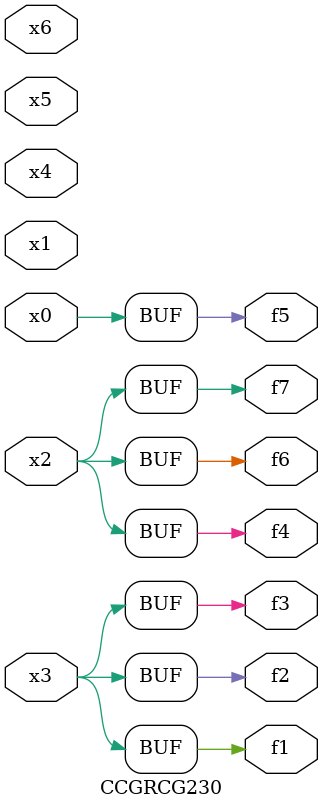
<source format=v>
module CCGRCG230(
	input x0, x1, x2, x3, x4, x5, x6,
	output f1, f2, f3, f4, f5, f6, f7
);
	assign f1 = x3;
	assign f2 = x3;
	assign f3 = x3;
	assign f4 = x2;
	assign f5 = x0;
	assign f6 = x2;
	assign f7 = x2;
endmodule

</source>
